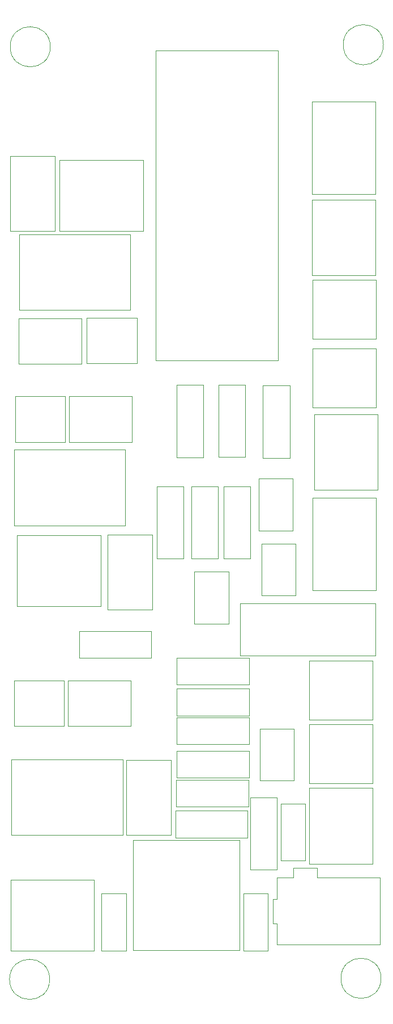
<source format=gbr>
G04 #@! TF.FileFunction,Other,User*
%FSLAX46Y46*%
G04 Gerber Fmt 4.6, Leading zero omitted, Abs format (unit mm)*
G04 Created by KiCad (PCBNEW 4.0.7-e2-6376~58~ubuntu16.04.1) date Mon Oct  9 01:06:08 2017*
%MOMM*%
%LPD*%
G01*
G04 APERTURE LIST*
%ADD10C,0.100000*%
%ADD11C,0.050000*%
G04 APERTURE END LIST*
D10*
D11*
X101130000Y-78660000D02*
X82850000Y-78660000D01*
X101130000Y-78660000D02*
X101130000Y-32440000D01*
X82850000Y-32440000D02*
X82850000Y-78660000D01*
X82850000Y-32440000D02*
X101130000Y-32440000D01*
X100400000Y-159000000D02*
X101000000Y-159000000D01*
X101000000Y-159000000D02*
X101000000Y-155800000D01*
X101000000Y-155800000D02*
X103400000Y-155800000D01*
X103400000Y-155800000D02*
X103400000Y-154300000D01*
X103400000Y-154300000D02*
X107000000Y-154300000D01*
X107000000Y-154300000D02*
X107000000Y-155800000D01*
X107000000Y-155800000D02*
X116400000Y-155800000D01*
X116400000Y-155800000D02*
X116400000Y-165800000D01*
X116400000Y-165800000D02*
X101000000Y-165800000D01*
X101000000Y-165800000D02*
X101000000Y-162600000D01*
X101000000Y-162600000D02*
X100400000Y-162600000D01*
X100400000Y-162600000D02*
X100400000Y-159000000D01*
X62150000Y-104690000D02*
X74650000Y-104690000D01*
X62150000Y-104690000D02*
X62150000Y-115300000D01*
X74650000Y-115300000D02*
X74650000Y-104690000D01*
X74650000Y-115300000D02*
X62150000Y-115300000D01*
X73650000Y-166710000D02*
X61150000Y-166710000D01*
X73650000Y-166710000D02*
X73650000Y-156100000D01*
X61150000Y-156100000D02*
X61150000Y-166710000D01*
X61150000Y-156100000D02*
X73650000Y-156100000D01*
X68475000Y-48715000D02*
X80975000Y-48715000D01*
X68475000Y-48715000D02*
X68475000Y-59325000D01*
X80975000Y-59325000D02*
X80975000Y-48715000D01*
X80975000Y-59325000D02*
X68475000Y-59325000D01*
X71750000Y-79150000D02*
X62350000Y-79150000D01*
X71750000Y-79150000D02*
X71750000Y-72350000D01*
X62350000Y-72350000D02*
X62350000Y-79150000D01*
X62350000Y-72350000D02*
X71750000Y-72350000D01*
X79300000Y-90800000D02*
X69900000Y-90800000D01*
X79300000Y-90800000D02*
X79300000Y-84000000D01*
X69900000Y-84000000D02*
X69900000Y-90800000D01*
X69900000Y-84000000D02*
X79300000Y-84000000D01*
X79100000Y-133200000D02*
X69700000Y-133200000D01*
X79100000Y-133200000D02*
X79100000Y-126400000D01*
X69700000Y-126400000D02*
X69700000Y-133200000D01*
X69700000Y-126400000D02*
X79100000Y-126400000D01*
X78450000Y-149400000D02*
X78450000Y-138200000D01*
X78450000Y-138200000D02*
X85150000Y-138200000D01*
X85150000Y-138200000D02*
X85150000Y-149400000D01*
X85150000Y-149400000D02*
X78450000Y-149400000D01*
X61075000Y-59350000D02*
X61075000Y-48150000D01*
X61075000Y-48150000D02*
X67775000Y-48150000D01*
X67775000Y-48150000D02*
X67775000Y-59350000D01*
X67775000Y-59350000D02*
X61075000Y-59350000D01*
X82350000Y-104600000D02*
X82350000Y-115800000D01*
X82350000Y-115800000D02*
X75650000Y-115800000D01*
X75650000Y-115800000D02*
X75650000Y-104600000D01*
X75650000Y-104600000D02*
X82350000Y-104600000D01*
X61850000Y-84000000D02*
X61850000Y-90800000D01*
X61850000Y-90800000D02*
X69350000Y-90800000D01*
X69350000Y-90800000D02*
X69350000Y-84000000D01*
X69350000Y-84000000D02*
X61850000Y-84000000D01*
X61650000Y-126400000D02*
X61650000Y-133200000D01*
X61650000Y-133200000D02*
X69150000Y-133200000D01*
X69150000Y-133200000D02*
X69150000Y-126400000D01*
X69150000Y-126400000D02*
X61650000Y-126400000D01*
X80050000Y-79050000D02*
X80050000Y-72250000D01*
X80050000Y-72250000D02*
X72550000Y-72250000D01*
X72550000Y-72250000D02*
X72550000Y-79050000D01*
X72550000Y-79050000D02*
X80050000Y-79050000D01*
X79450000Y-150200000D02*
X95350000Y-150200000D01*
X79450000Y-150200000D02*
X79450000Y-166600000D01*
X95350000Y-166600000D02*
X95350000Y-150200000D01*
X95350000Y-166600000D02*
X79450000Y-166600000D01*
X115300000Y-132900000D02*
X105800000Y-132900000D01*
X105800000Y-132900000D02*
X105800000Y-141700000D01*
X105800000Y-141700000D02*
X115300000Y-141700000D01*
X115300000Y-141700000D02*
X115300000Y-132900000D01*
X115300000Y-123400000D02*
X105800000Y-123400000D01*
X105800000Y-123400000D02*
X105800000Y-132200000D01*
X105800000Y-132200000D02*
X115300000Y-132200000D01*
X115300000Y-132200000D02*
X115300000Y-123400000D01*
X115300000Y-142400000D02*
X105800000Y-142400000D01*
X105800000Y-142400000D02*
X105800000Y-153700000D01*
X105800000Y-153700000D02*
X115300000Y-153700000D01*
X115300000Y-153700000D02*
X115300000Y-142400000D01*
X115800000Y-66650000D02*
X106300000Y-66650000D01*
X106300000Y-66650000D02*
X106300000Y-75450000D01*
X106300000Y-75450000D02*
X115800000Y-75450000D01*
X115800000Y-75450000D02*
X115800000Y-66650000D01*
X115800000Y-76900000D02*
X106300000Y-76900000D01*
X106300000Y-76900000D02*
X106300000Y-85700000D01*
X106300000Y-85700000D02*
X115800000Y-85700000D01*
X115800000Y-85700000D02*
X115800000Y-76900000D01*
X116050000Y-86650000D02*
X106550000Y-86650000D01*
X106550000Y-86650000D02*
X106550000Y-97950000D01*
X106550000Y-97950000D02*
X116050000Y-97950000D01*
X116050000Y-97950000D02*
X116050000Y-86650000D01*
X115750000Y-54650000D02*
X106250000Y-54650000D01*
X106250000Y-54650000D02*
X106250000Y-65950000D01*
X106250000Y-65950000D02*
X115750000Y-65950000D01*
X115750000Y-65950000D02*
X115750000Y-54650000D01*
X115750000Y-40050000D02*
X106250000Y-40050000D01*
X106250000Y-40050000D02*
X106250000Y-53850000D01*
X106250000Y-53850000D02*
X115750000Y-53850000D01*
X115750000Y-53850000D02*
X115750000Y-40050000D01*
X115800000Y-99150000D02*
X106300000Y-99150000D01*
X106300000Y-99150000D02*
X106300000Y-112950000D01*
X106300000Y-112950000D02*
X115800000Y-112950000D01*
X115800000Y-112950000D02*
X115800000Y-99150000D01*
X103550000Y-141300000D02*
X103550000Y-133550000D01*
X103550000Y-133550000D02*
X98450000Y-133550000D01*
X98450000Y-133550000D02*
X98450000Y-141300000D01*
X98450000Y-141300000D02*
X103550000Y-141300000D01*
X103350000Y-104000000D02*
X103350000Y-96250000D01*
X103350000Y-96250000D02*
X98250000Y-96250000D01*
X98250000Y-96250000D02*
X98250000Y-104000000D01*
X98250000Y-104000000D02*
X103350000Y-104000000D01*
X103750000Y-113700000D02*
X103750000Y-105950000D01*
X103750000Y-105950000D02*
X98650000Y-105950000D01*
X98650000Y-105950000D02*
X98650000Y-113700000D01*
X98650000Y-113700000D02*
X103750000Y-113700000D01*
X93750000Y-117900000D02*
X93750000Y-110150000D01*
X93750000Y-110150000D02*
X88650000Y-110150000D01*
X88650000Y-110150000D02*
X88650000Y-117900000D01*
X88650000Y-117900000D02*
X93750000Y-117900000D01*
X96810000Y-127000000D02*
X86000000Y-127000000D01*
X96810000Y-127000000D02*
X96810000Y-123000000D01*
X86000000Y-123000000D02*
X86000000Y-127000000D01*
X86000000Y-123000000D02*
X96810000Y-123000000D01*
X96810000Y-131600000D02*
X86000000Y-131600000D01*
X96810000Y-131600000D02*
X96810000Y-127600000D01*
X86000000Y-127600000D02*
X86000000Y-131600000D01*
X86000000Y-127600000D02*
X96810000Y-127600000D01*
X96810000Y-135850000D02*
X86000000Y-135850000D01*
X96810000Y-135850000D02*
X96810000Y-131850000D01*
X86000000Y-131850000D02*
X86000000Y-135850000D01*
X86000000Y-131850000D02*
X96810000Y-131850000D01*
X96810000Y-140850000D02*
X86000000Y-140850000D01*
X96810000Y-140850000D02*
X96810000Y-136850000D01*
X86000000Y-136850000D02*
X86000000Y-140850000D01*
X86000000Y-136850000D02*
X96810000Y-136850000D01*
X96710000Y-145200000D02*
X85900000Y-145200000D01*
X96710000Y-145200000D02*
X96710000Y-141200000D01*
X85900000Y-141200000D02*
X85900000Y-145200000D01*
X85900000Y-141200000D02*
X96710000Y-141200000D01*
X96610000Y-149800000D02*
X85800000Y-149800000D01*
X96610000Y-149800000D02*
X96610000Y-145800000D01*
X85800000Y-145800000D02*
X85800000Y-149800000D01*
X85800000Y-145800000D02*
X96610000Y-145800000D01*
X77920000Y-149450000D02*
X77920000Y-138150000D01*
X77920000Y-138150000D02*
X61280000Y-138150000D01*
X61280000Y-138150000D02*
X61280000Y-149450000D01*
X61280000Y-149450000D02*
X77920000Y-149450000D01*
X78320000Y-103250000D02*
X78320000Y-91950000D01*
X78320000Y-91950000D02*
X61680000Y-91950000D01*
X61680000Y-91950000D02*
X61680000Y-103250000D01*
X61680000Y-103250000D02*
X78320000Y-103250000D01*
X62430000Y-59800000D02*
X62430000Y-71100000D01*
X62430000Y-71100000D02*
X79070000Y-71100000D01*
X79070000Y-71100000D02*
X79070000Y-59800000D01*
X79070000Y-59800000D02*
X62430000Y-59800000D01*
X115750000Y-122700000D02*
X95450000Y-122700000D01*
X95450000Y-122700000D02*
X95450000Y-114900000D01*
X95450000Y-114900000D02*
X115750000Y-114900000D01*
X115750000Y-114900000D02*
X115750000Y-122700000D01*
X82210000Y-123000000D02*
X71400000Y-123000000D01*
X82210000Y-123000000D02*
X82210000Y-119000000D01*
X71400000Y-119000000D02*
X71400000Y-123000000D01*
X71400000Y-119000000D02*
X82210000Y-119000000D01*
X83000000Y-108210000D02*
X83000000Y-97400000D01*
X83000000Y-108210000D02*
X87000000Y-108210000D01*
X87000000Y-97400000D02*
X83000000Y-97400000D01*
X87000000Y-97400000D02*
X87000000Y-108210000D01*
X88200000Y-108210000D02*
X88200000Y-97400000D01*
X88200000Y-108210000D02*
X92200000Y-108210000D01*
X92200000Y-97400000D02*
X88200000Y-97400000D01*
X92200000Y-97400000D02*
X92200000Y-108210000D01*
X93000000Y-108210000D02*
X93000000Y-97400000D01*
X93000000Y-108210000D02*
X97000000Y-108210000D01*
X97000000Y-97400000D02*
X93000000Y-97400000D01*
X97000000Y-97400000D02*
X97000000Y-108210000D01*
X98900000Y-93160000D02*
X98900000Y-82350000D01*
X98900000Y-93160000D02*
X102900000Y-93160000D01*
X102900000Y-82350000D02*
X98900000Y-82350000D01*
X102900000Y-82350000D02*
X102900000Y-93160000D01*
X92250000Y-93060000D02*
X92250000Y-82250000D01*
X92250000Y-93060000D02*
X96250000Y-93060000D01*
X96250000Y-82250000D02*
X92250000Y-82250000D01*
X96250000Y-82250000D02*
X96250000Y-93060000D01*
X85950000Y-93110000D02*
X85950000Y-82300000D01*
X85950000Y-93110000D02*
X89950000Y-93110000D01*
X89950000Y-82300000D02*
X85950000Y-82300000D01*
X89950000Y-82300000D02*
X89950000Y-93110000D01*
X101000000Y-143790000D02*
X101000000Y-154600000D01*
X101000000Y-143790000D02*
X97000000Y-143790000D01*
X97000000Y-154600000D02*
X101000000Y-154600000D01*
X97000000Y-154600000D02*
X97000000Y-143790000D01*
X78450000Y-158150000D02*
X78450000Y-166650000D01*
X78450000Y-158150000D02*
X74750000Y-158150000D01*
X74750000Y-166650000D02*
X78450000Y-166650000D01*
X74750000Y-166650000D02*
X74750000Y-158150000D01*
X99650000Y-158150000D02*
X99650000Y-166650000D01*
X99650000Y-158150000D02*
X95950000Y-158150000D01*
X95950000Y-166650000D02*
X99650000Y-166650000D01*
X95950000Y-166650000D02*
X95950000Y-158150000D01*
X101550000Y-153250000D02*
X101550000Y-144750000D01*
X101550000Y-153250000D02*
X105250000Y-153250000D01*
X105250000Y-144750000D02*
X101550000Y-144750000D01*
X105250000Y-144750000D02*
X105250000Y-153250000D01*
X67100000Y-31850000D02*
G75*
G03X67100000Y-31850000I-3000000J0D01*
G01*
X116900000Y-31550000D02*
G75*
G03X116900000Y-31550000I-3000000J0D01*
G01*
X116550000Y-170800000D02*
G75*
G03X116550000Y-170800000I-3000000J0D01*
G01*
X67000000Y-170950000D02*
G75*
G03X67000000Y-170950000I-3000000J0D01*
G01*
M02*

</source>
